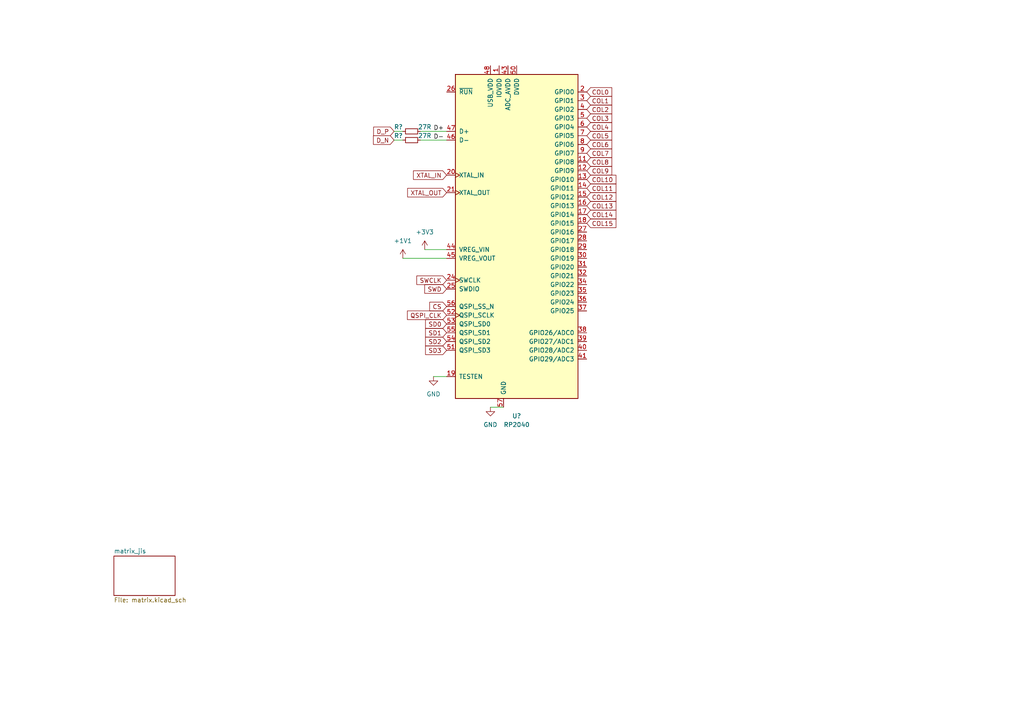
<source format=kicad_sch>
(kicad_sch (version 20211123) (generator eeschema)
  (paper "A4")
  (lib_symbols
    (symbol "Device:R_Small" (pin_numbers hide) (pin_names (offset 0.254) hide)
      (property "Reference" "R" (at 0.762 0.508 0))
      (property "Value" "R_Small" (at 0.762 -1.016 0))
      (symbol "R_Small_0_1"
        (rectangle (start -0.762 1.778) (end 0.762 -1.778) (stroke (width 0.2032)))
      )
      (symbol "R_Small_1_1"
        (pin passive line (at 0 2.54 270) (length 0.762) (name "~") (number "1"))
        (pin passive line (at 0 -2.54 90) (length 0.762) (name "~") (number "2"))
      )
    )
    (symbol "Sleep-lib:RP2040" (pin_names (offset 1.016))
      (property "Reference" "U" (at 8.89 51.435 0))
      (property "Value" "RP2040" (at 8.89 48.895 0))
      (symbol "RP2040_0_0"
        (rectangle (start -17.78 -45.72) (end 17.78 48.26) (stroke (width 0.254)) (fill (type background)))
      )
      (symbol "RP2040_1_1"
        (pin power_in line (at -5.08 50.8 270) (length 2.54) (name "IOVDD") (number "1"))
        (pin power_in line (at -5.08 50.8 270) (length 2.54) hide (name "IOVDD") (number "10"))
        (pin input line (at 20.32 22.86 180) (length 2.54) (name "GPIO8") (number "11"))
        (pin input line (at 20.32 20.32 180) (length 2.54) (name "GPIO9") (number "12"))
        (pin input line (at 20.32 17.78 180) (length 2.54) (name "GPIO10") (number "13"))
        (pin input line (at 20.32 15.24 180) (length 2.54) (name "GPIO11") (number "14"))
        (pin input line (at 20.32 12.7 180) (length 2.54) (name "GPIO12") (number "15"))
        (pin input line (at 20.32 10.16 180) (length 2.54) (name "GPIO13") (number "16"))
        (pin input line (at 20.32 7.62 180) (length 2.54) (name "GPIO14") (number "17"))
        (pin input line (at 20.32 5.08 180) (length 2.54) (name "GPIO15") (number "18"))
        (pin input line (at -20.32 -39.37 0) (length 2.54) (name "TESTEN") (number "19"))
        (pin input line (at 20.32 43.18 180) (length 2.54) (name "GPIO0") (number "2"))
        (pin input clock (at -20.32 19.05 0) (length 2.54) (name "XTAL_IN") (number "20"))
        (pin input clock (at -20.32 13.97 0) (length 2.54) (name "XTAL_OUT") (number "21"))
        (pin power_in line (at -5.08 50.8 270) (length 2.54) hide (name "IOVDD") (number "22"))
        (pin power_in line (at 0 50.8 270) (length 2.54) hide (name "DVDD") (number "23"))
        (pin input clock (at -20.32 -11.43 0) (length 2.54) (name "SWCLK") (number "24"))
        (pin bidirectional line (at -20.32 -13.97 0) (length 2.54) (name "SWDIO") (number "25"))
        (pin input line (at -20.32 43.18 0) (length 2.54) (name "~{RUN}") (number "26"))
        (pin input line (at 20.32 2.54 180) (length 2.54) (name "GPIO16") (number "27"))
        (pin input line (at 20.32 0 180) (length 2.54) (name "GPIO17") (number "28"))
        (pin input line (at 20.32 -2.54 180) (length 2.54) (name "GPIO18") (number "29"))
        (pin input line (at 20.32 40.64 180) (length 2.54) (name "GPIO1") (number "3"))
        (pin input line (at 20.32 -5.08 180) (length 2.54) (name "GPIO19") (number "30"))
        (pin input line (at 20.32 -7.62 180) (length 2.54) (name "GPIO20") (number "31"))
        (pin input line (at 20.32 -10.16 180) (length 2.54) (name "GPIO21") (number "32"))
        (pin power_in line (at -5.08 50.8 270) (length 2.54) hide (name "IOVDD") (number "33"))
        (pin input line (at 20.32 -12.7 180) (length 2.54) (name "GPIO22") (number "34"))
        (pin input line (at 20.32 -15.24 180) (length 2.54) (name "GPIO23") (number "35"))
        (pin input line (at 20.32 -17.78 180) (length 2.54) (name "GPIO24") (number "36"))
        (pin input line (at 20.32 -20.32 180) (length 2.54) (name "GPIO25") (number "37"))
        (pin input line (at 20.32 -26.67 180) (length 2.54) (name "GPIO26/ADC0") (number "38"))
        (pin input line (at 20.32 -29.21 180) (length 2.54) (name "GPIO27/ADC1") (number "39"))
        (pin input line (at 20.32 38.1 180) (length 2.54) (name "GPIO2") (number "4"))
        (pin input line (at 20.32 -31.75 180) (length 2.54) (name "GPIO28/ADC2") (number "40"))
        (pin input line (at 20.32 -34.29 180) (length 2.54) (name "GPIO29/ADC3") (number "41"))
        (pin power_in line (at -5.08 50.8 270) (length 2.54) hide (name "IOVDD") (number "42"))
        (pin power_in line (at -2.54 50.8 270) (length 2.54) (name "ADC_AVDD") (number "43"))
        (pin power_in line (at -20.32 -2.54 0) (length 2.54) (name "VREG_VIN") (number "44"))
        (pin power_out line (at -20.32 -5.08 0) (length 2.54) (name "VREG_VOUT") (number "45"))
        (pin bidirectional line (at -20.32 29.21 0) (length 2.54) (name "D-") (number "46"))
        (pin bidirectional line (at -20.32 31.75 0) (length 2.54) (name "D+") (number "47"))
        (pin power_in line (at -7.62 50.8 270) (length 2.54) (name "USB_VDD") (number "48"))
        (pin power_in line (at -5.08 50.8 270) (length 2.54) hide (name "IOVDD") (number "49"))
        (pin input line (at 20.32 35.56 180) (length 2.54) (name "GPIO3") (number "5"))
        (pin power_in line (at 0 50.8 270) (length 2.54) (name "DVDD") (number "50"))
        (pin bidirectional line (at -20.32 -31.75 0) (length 2.54) (name "QSPI_SD3") (number "51"))
        (pin input clock (at -20.32 -21.59 0) (length 2.54) (name "QSPI_SCLK") (number "52"))
        (pin bidirectional line (at -20.32 -24.13 0) (length 2.54) (name "QSPI_SD0") (number "53"))
        (pin bidirectional line (at -20.32 -29.21 0) (length 2.54) (name "QSPI_SD2") (number "54"))
        (pin bidirectional line (at -20.32 -26.67 0) (length 2.54) (name "QSPI_SD1") (number "55"))
        (pin bidirectional line (at -20.32 -19.05 0) (length 2.54) (name "QSPI_SS_N") (number "56"))
        (pin power_in line (at -3.81 -48.26 90) (length 2.54) (name "GND") (number "57"))
        (pin input line (at 20.32 33.02 180) (length 2.54) (name "GPIO4") (number "6"))
        (pin input line (at 20.32 30.48 180) (length 2.54) (name "GPIO5") (number "7"))
        (pin input line (at 20.32 27.94 180) (length 2.54) (name "GPIO6") (number "8"))
        (pin input line (at 20.32 25.4 180) (length 2.54) (name "GPIO7") (number "9"))
      )
    )
    (symbol "power:+1V1" (power) (pin_names (offset 0))
      (property "Value" "+1V1" (at 0 3.556 0))
      (symbol "+1V1_0_1"
        (polyline (pts (xy -0.762 1.27) (xy 0 2.54)))
        (polyline (pts (xy 0 0) (xy 0 2.54)))
        (polyline (pts (xy 0 2.54) (xy 0.762 1.27)))
      )
      (symbol "+1V1_1_1"
        (pin power_in line (at 0 0 90) (length 0) hide (name "+1V1") (number "1"))
      )
    )
    (symbol "power:+3V3" (power) (pin_names (offset 0))
      (property "Value" "+3V3" (at 0 3.556 0))
      (symbol "+3V3_0_1"
        (polyline (pts (xy -0.762 1.27) (xy 0 2.54)))
        (polyline (pts (xy 0 0) (xy 0 2.54)))
        (polyline (pts (xy 0 2.54) (xy 0.762 1.27)))
      )
      (symbol "+3V3_1_1"
        (pin power_in line (at 0 0 90) (length 0) hide (name "+3V3") (number "1"))
      )
    )
    (symbol "power:GND" (power) (pin_names (offset 0))
      (property "Value" "GND" (at 0 -3.81 0))
      (symbol "GND_0_1"
        (polyline (pts (xy 0 0) (xy 0 -1.27) (xy 1.27 -1.27) (xy 0 -2.54) (xy -1.27 -1.27) (xy 0 -1.27)))
      )
      (symbol "GND_1_1"
        (pin power_in line (at 0 0 270) (length 0) hide (name "GND") (number "1"))
      )
    )
  )
  (wire (pts (xy 114.3 38.1) (xy 116.84 38.1)))
  (wire (pts (xy 142.24 118.11) (xy 146.05 118.11)))
  (wire (pts (xy 114.3 40.64) (xy 116.84 40.64)))
  (wire (pts (xy 125.73 109.22) (xy 129.54 109.22)))
  (wire (pts (xy 121.92 38.1) (xy 129.54 38.1)))
  (wire (pts (xy 116.84 74.93) (xy 129.54 74.93)))
  (wire (pts (xy 121.92 40.64) (xy 129.54 40.64)))
  (wire (pts (xy 123.19 72.39) (xy 129.54 72.39)))
  (label "D-" (at 125.73 40.64 0))
  (label "D+" (at 125.73 38.1 0))
  (global_label "COL12" (shape input) (at 170.18 57.15 0) (property "Intersheet References" "${INTERSHEET_REFS}" (effects hide)))
  (global_label "COL8" (shape input) (at 170.18 46.99 0) (property "Intersheet References" "${INTERSHEET_REFS}" (effects hide)))
  (global_label "SD0" (shape input) (at 129.54 93.98 180) (property "Intersheet References" "${INTERSHEET_REFS}" (effects hide)))
  (global_label "SD2" (shape input) (at 129.54 99.06 180) (property "Intersheet References" "${INTERSHEET_REFS}" (effects hide)))
  (global_label "COL5" (shape input) (at 170.18 39.37 0) (property "Intersheet References" "${INTERSHEET_REFS}" (effects hide)))
  (global_label "COL10" (shape input) (at 170.18 52.07 0) (property "Intersheet References" "${INTERSHEET_REFS}" (effects hide)))
  (global_label "COL11" (shape input) (at 170.18 54.61 0) (property "Intersheet References" "${INTERSHEET_REFS}" (effects hide)))
  (global_label "D_N" (shape input) (at 114.3 40.64 180) (property "Intersheet References" "${INTERSHEET_REFS}" (effects hide)))
  (global_label "COL6" (shape input) (at 170.18 41.91 0) (property "Intersheet References" "${INTERSHEET_REFS}" (effects hide)))
  (global_label "COL15" (shape input) (at 170.18 64.77 0) (property "Intersheet References" "${INTERSHEET_REFS}" (effects hide)))
  (global_label "SD1" (shape input) (at 129.54 96.52 180) (property "Intersheet References" "${INTERSHEET_REFS}" (effects hide)))
  (global_label "COL14" (shape input) (at 170.18 62.23 0) (property "Intersheet References" "${INTERSHEET_REFS}" (effects hide)))
  (global_label "COL13" (shape input) (at 170.18 59.69 0) (property "Intersheet References" "${INTERSHEET_REFS}" (effects hide)))
  (global_label "COL1" (shape input) (at 170.18 29.21 0) (property "Intersheet References" "${INTERSHEET_REFS}" (effects hide)))
  (global_label "CS" (shape input) (at 129.54 88.9 180) (property "Intersheet References" "${INTERSHEET_REFS}" (effects hide)))
  (global_label "COL3" (shape input) (at 170.18 34.29 0) (property "Intersheet References" "${INTERSHEET_REFS}" (effects hide)))
  (global_label "D_P" (shape input) (at 114.3 38.1 180) (property "Intersheet References" "${INTERSHEET_REFS}" (effects hide)))
  (global_label "QSPI_CLK" (shape input) (at 129.54 91.44 180) (property "Intersheet References" "${INTERSHEET_REFS}" (effects hide)))
  (global_label "SWD" (shape input) (at 129.54 83.82 180) (property "Intersheet References" "${INTERSHEET_REFS}" (effects hide)))
  (global_label "COL9" (shape input) (at 170.18 49.53 0) (property "Intersheet References" "${INTERSHEET_REFS}" (effects hide)))
  (global_label "SD3" (shape input) (at 129.54 101.6 180) (property "Intersheet References" "${INTERSHEET_REFS}" (effects hide)))
  (global_label "COL7" (shape input) (at 170.18 44.45 0) (property "Intersheet References" "${INTERSHEET_REFS}" (effects hide)))
  (global_label "SWCLK" (shape input) (at 129.54 81.28 180) (property "Intersheet References" "${INTERSHEET_REFS}" (effects hide)))
  (global_label "COL4" (shape input) (at 170.18 36.83 0) (property "Intersheet References" "${INTERSHEET_REFS}" (effects hide)))
  (global_label "XTAL_OUT" (shape input) (at 129.54 55.88 180) (property "Intersheet References" "${INTERSHEET_REFS}" (effects hide)))
  (global_label "COL0" (shape input) (at 170.18 26.67 0) (property "Intersheet References" "${INTERSHEET_REFS}" (effects hide)))
  (global_label "COL2" (shape input) (at 170.18 31.75 0) (property "Intersheet References" "${INTERSHEET_REFS}" (effects hide)))
  (global_label "XTAL_IN" (shape input) (at 129.54 50.8 180) (property "Intersheet References" "${INTERSHEET_REFS}" (effects hide)))
  (symbol (lib_id "power:GND") (at 142.24 118.11 0) (unit 1)
    (property "Reference" "#PWR?" (effects hide))
    (property "Value" "GND" (at 142.24 123.19 0))
  )
  (symbol (lib_id "power:GND") (at 125.73 109.22 0) (unit 1)
    (property "Reference" "#PWR?" (effects hide))
    (property "Value" "GND" (at 125.73 114.3 0))
  )
  (symbol (lib_id "power:+1V1") (at 116.84 74.93 0) (unit 1)
    (property "Reference" "#PWR?" (effects hide))
    (property "Value" "+1V1" (at 116.84 69.85 0))
  )
  (symbol (lib_id "power:+3V3") (at 123.19 72.39 0) (unit 1)
    (property "Reference" "#PWR?" (effects hide))
    (property "Value" "+3V3" (at 123.19 67.31 0))
  )
  (symbol (lib_id "Sleep-lib:RP2040") (at 149.86 69.85 0) (unit 1)
    (property "Reference" "U?" (at 149.86 120.65 0))
    (property "Value" "RP2040" (at 149.86 123.19 0))
    (property "Footprint" "Sleep-Lib:RP2040-QFN-56" (effects hide))
    (property "Datasheet" "https://datasheets.raspberrypi.com/rp2040/rp2040-datasheet.pdf" (effects hide))
    (property "LCSC" "C2040" (effects hide))
  )
  (symbol (lib_id "Device:R_Small") (at 119.38 38.1 90) (unit 1)
    (property "Reference" "R?" (at 115.57 36.83 90))
    (property "Value" "27R" (at 123.19 36.83 90))
    (property "Footprint" "Resistor_SMD:R_0603_1608Metric" (effects hide))
    (property "LCSC" "C25190" (effects hide))
  )
  (symbol (lib_id "Device:R_Small") (at 119.38 40.64 90) (unit 1)
    (property "Reference" "R?" (at 115.57 39.37 90))
    (property "Value" "27R" (at 123.19 39.37 90))
    (property "Footprint" "Resistor_SMD:R_0603_1608Metric" (effects hide))
    (property "LCSC" "C25190" (effects hide))
  )
  (sheet (at 33.02 161.29) (size 17.78 11.43) (stroke (width 0.1524))
    (property "Sheet name" "matrix_jis" (at 33.02 160.5784 0) (effects (justify left bottom)))
    (property "Sheet file" "matrix.kicad_sch" (at 33.02 173.3046 0) (effects (justify left top)))
  )
)
</source>
